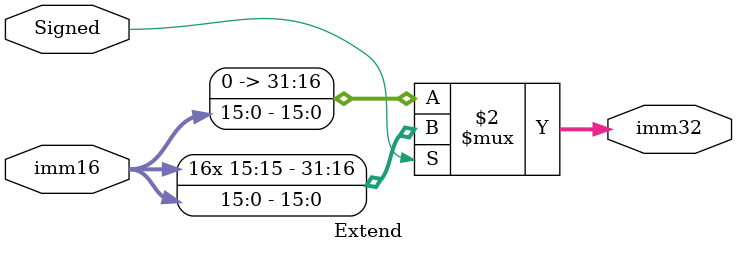
<source format=v>
`timescale 1ns / 1ps
module Extend(
    input [15:0] imm16,
	 input Signed,
    output [31:0] imm32
    );

assign imm32=(Signed==1)?{{16{imm16[15]}},imm16}:{16'b0,imm16};
endmodule

</source>
